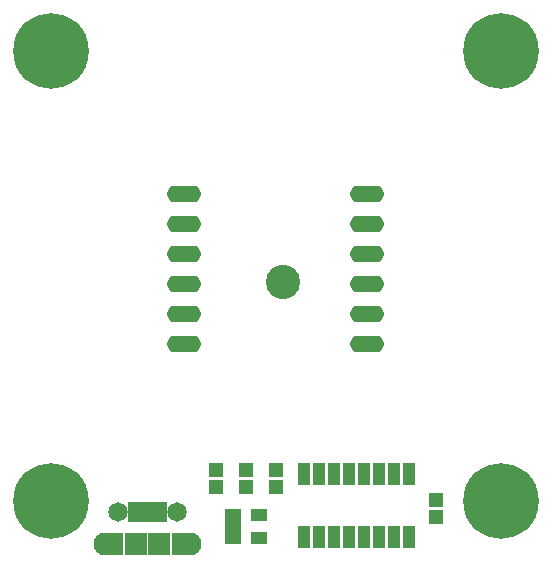
<source format=gts>
G04 #@! TF.FileFunction,Soldermask,Top*
%FSLAX46Y46*%
G04 Gerber Fmt 4.6, Leading zero omitted, Abs format (unit mm)*
G04 Created by KiCad (PCBNEW 4.0.7) date 07/18/19 16:41:38*
%MOMM*%
%LPD*%
G01*
G04 APERTURE LIST*
%ADD10C,0.100000*%
%ADD11O,2.900000X1.400000*%
%ADD12C,2.900000*%
%ADD13C,6.400000*%
%ADD14R,1.150000X1.200000*%
%ADD15R,1.900000X1.950000*%
%ADD16R,1.675000X1.950000*%
%ADD17C,1.950000*%
%ADD18C,1.650000*%
%ADD19R,0.800000X1.750000*%
%ADD20R,1.000000X1.900000*%
%ADD21R,1.460000X1.050000*%
G04 APERTURE END LIST*
D10*
D11*
X137030000Y-106045000D03*
X137030000Y-103505000D03*
X137030000Y-100965000D03*
X137030000Y-98425000D03*
X137030000Y-95885000D03*
X137030000Y-93345000D03*
X152530000Y-93345000D03*
X152530000Y-95885000D03*
X152530000Y-98425000D03*
X152530000Y-100965000D03*
X152530000Y-103505000D03*
X152530000Y-106045000D03*
D12*
X145380000Y-100825000D03*
D13*
X163830000Y-119380000D03*
X125730000Y-119380000D03*
X125730000Y-81280000D03*
D14*
X144780000Y-118225000D03*
X144780000Y-116725000D03*
X139700000Y-116725000D03*
X139700000Y-118225000D03*
X142240000Y-116725000D03*
X142240000Y-118225000D03*
X158369000Y-119265000D03*
X158369000Y-120765000D03*
D15*
X134908800Y-123012200D03*
D16*
X136846300Y-123012200D03*
D17*
X137483800Y-123012200D03*
X130333800Y-123012200D03*
D18*
X131408800Y-120312200D03*
D19*
X132608800Y-120312200D03*
X133258800Y-120312200D03*
X135208800Y-120312200D03*
X134558800Y-120312200D03*
X133908800Y-120312200D03*
D18*
X136408800Y-120312200D03*
D16*
X130971300Y-123012200D03*
D15*
X132908800Y-123012200D03*
D20*
X156083000Y-117061000D03*
X154813000Y-117061000D03*
X153543000Y-117061000D03*
X152273000Y-117061000D03*
X151003000Y-117061000D03*
X149733000Y-117061000D03*
X148463000Y-117061000D03*
X147193000Y-117061000D03*
X147193000Y-122461000D03*
X148463000Y-122461000D03*
X149733000Y-122461000D03*
X151003000Y-122461000D03*
X152273000Y-122461000D03*
X153543000Y-122461000D03*
X154813000Y-122461000D03*
X156083000Y-122461000D03*
D21*
X141140000Y-120589000D03*
X141140000Y-121539000D03*
X141140000Y-122489000D03*
X143340000Y-122489000D03*
X143340000Y-120589000D03*
D13*
X163830000Y-81280000D03*
M02*

</source>
